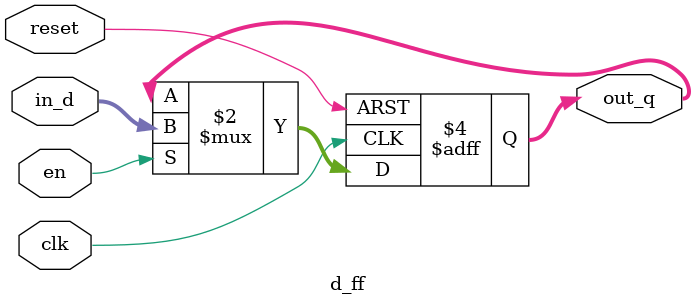
<source format=sv>
module d_ff
#(parameter N = 8)
(
    input logic clk, reset, en,
    input logic [N-1:0] in_d,
    output logic [N-1:0] out_q 
);

// Asynchronous reset and sync. enable pins.
// Reset type active high.
always_ff @(posedge clk, posedge reset)
begin
    if (reset) 
        out_q <= {N{1'b0}};
    else if(en) 
        out_q <= in_d;
end

endmodule

</source>
